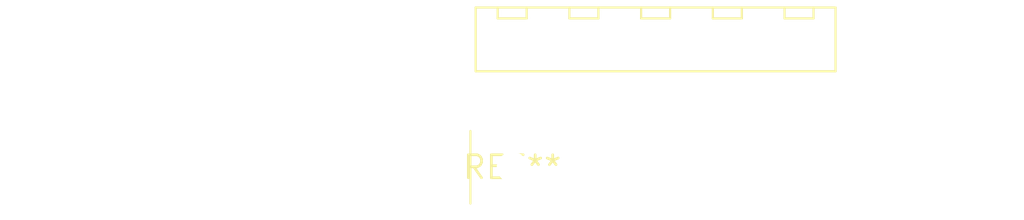
<source format=kicad_pcb>
(kicad_pcb (version 20240108) (generator pcbnew)
  (layers (0 "F.Cu" signal) (31 "B.Cu" signal) (34 "B.Paste" user) (35 "F.Paste" user) (36 "B.SilkS" user "B.Silkscreen") (37 "F.SilkS" user "F.Silkscreen") (38 "B.Mask" user) (39 "F.Mask" user) (44 "Edge.Cuts" user))
  (net 0 "")
  (footprint "Molex_KK-396_A-41792-0005_1x05_P3.96mm_Horizontal" (layer "F.Cu") (at 0 0)
    (property "Reference" "REF**")
    (property "Value" "Molex_KK-396_A-41792-0005_1x05_P3.96mm_Horizontal")
    (fp_line (start -2.305 -2) (end -2.305 2) (layer "F.SilkS") (stroke (width 0.12)))
    (fp_line (start -2.015 -8.82) (end 17.855 -8.82) (layer "F.SilkS") (stroke (width 0.12)))
    (fp_line (start -2.015 -5.3) (end -2.015 -8.82) (layer "F.SilkS") (stroke (width 0.12)))
    (fp_line (start -0.8 -8.82) (end -0.8 -8.22) (layer "F.SilkS") (stroke (width 0.12)))
    (fp_line (start -0.8 -8.22) (end 0.8 -8.22) (layer "F.SilkS") (stroke (width 0.12)))
    (fp_line (start 0.8 -8.22) (end 0.8 -8.82) (layer "F.SilkS") (stroke (width 0.12)))
    (fp_line (start 3.16 -8.82) (end 3.16 -8.22) (layer "F.SilkS") (stroke (width 0.12)))
    (fp_line (start 3.16 -8.22) (end 4.76 -8.22) (layer "F.SilkS") (stroke (width 0.12)))
    (fp_line (start 4.76 -8.22) (end 4.76 -8.82) (layer "F.SilkS") (stroke (width 0.12)))
    (fp_line (start 7.12 -8.82) (end 7.12 -8.22) (layer "F.SilkS") (stroke (width 0.12)))
    (fp_line (start 7.12 -8.22) (end 8.72 -8.22) (layer "F.SilkS") (stroke (width 0.12)))
    (fp_line (start 8.72 -8.22) (end 8.72 -8.82) (layer "F.SilkS") (stroke (width 0.12)))
    (fp_line (start 11.08 -8.82) (end 11.08 -8.22) (layer "F.SilkS") (stroke (width 0.12)))
    (fp_line (start 11.08 -8.22) (end 12.68 -8.22) (layer "F.SilkS") (stroke (width 0.12)))
    (fp_line (start 12.68 -8.22) (end 12.68 -8.82) (layer "F.SilkS") (stroke (width 0.12)))
    (fp_line (start 15.04 -8.82) (end 15.04 -8.22) (layer "F.SilkS") (stroke (width 0.12)))
    (fp_line (start 15.04 -8.22) (end 16.64 -8.22) (layer "F.SilkS") (stroke (width 0.12)))
    (fp_line (start 16.64 -8.22) (end 16.64 -8.82) (layer "F.SilkS") (stroke (width 0.12)))
    (fp_line (start 17.855 -8.82) (end 17.855 -5.3) (layer "F.SilkS") (stroke (width 0.12)))
    (fp_line (start 17.855 -5.3) (end -2.015 -5.3) (layer "F.SilkS") (stroke (width 0.12)))
    (pad "1" thru_hole roundrect (at 0 0) (size 3.16 4.1) (drill 1.7) (layers *.Cu *.Mask) (remove_unused_layers) (roundrect_rratio 0.079114))
    (pad "2" thru_hole oval (at 3.96 0) (size 3.16 4.1) (drill 1.7) (layers *.Cu *.Mask) (remove_unused_layers))
    (pad "3" thru_hole oval (at 7.92 0) (size 3.16 4.1) (drill 1.7) (layers *.Cu *.Mask) (remove_unused_layers))
    (pad "4" thru_hole oval (at 11.88 0) (size 3.16 4.1) (drill 1.7) (layers *.Cu *.Mask) (remove_unused_layers))
    (pad "5" thru_hole oval (at 15.84 0) (size 3.16 4.1) (drill 1.7) (layers *.Cu *.Mask) (remove_unused_layers))
  )
)
</source>
